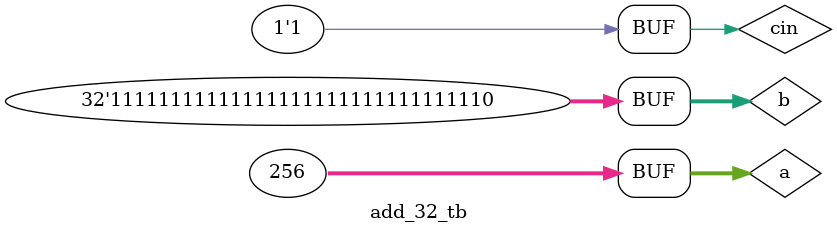
<source format=sv>
/*
 * Alejandro Hernandez-Farias
 * Carlos A Morelos-Escalera
 * 4/14/2024
 * EE 469
 * Lab 2
 *
 * Adds two 32-bit numbers together
 * The Cin value is for using this adder as a subtractor, where either a or b
 *   is inverted on input and the cin value is 1, otherwise cin should be 0
 * The cout_31 value is from the overall 32-bit addition, so 1 if the addition
 *   on the 31st bits from a and b has a carry out
 * If the addition of A and B (and Cin) can't be represented in 32 bits, 
 *   Cout will show the extra bit
 * Input ports:
 *		a - 32-bits, the first number to be added
 *		b - 32-bits, the second number to be added
 *		cin - 1-bit, carry in bit for using this adder as a subtractor
 *	Output ports:
 *		sum_32 - 32-bits, the sum of A and B
 *		cout_31 - 1-bit, the extra bit value from adding A and B (and cin)
 */
module add_32 (a, b, cin, sum_32, cout_31);

	// Variable declaration
		input logic [31:0] a, b;
		input logic cin;
		output logic cout_31;
		output logic [31:0] sum_32;
	
	// Intermediate variables
		logic c0, c1, c2, c3, c4, c5, c6, c7, c8, c9, c10, c11, c12, c13, c14, c15,
				c16, c17, c18, c19, c20, c21, c22, c23, c24, c25, c26, c27, c28, c29, c30;
	
	// Creates instantiations of fullAdder
	// Each instantiation is for adding up one bit of the 32-bit a and b values at a time
	// Carries the extra bits from each addition from the lesser to more significant bit
	// Saves the sum of each bit addition to the corresponding bit value of the 32-bit sum
	// The Cout of the 31st bit is outputted as the overall carry out of the 32-bit number
		fullAdder fa0 (.A(a[0]), .B(b[0]), .Cin(cin), .Sum(sum_32[0]), .Cout(c0));
		fullAdder fa1 (.A(a[1]), .B(b[1]), .Cin(c0), .Sum(sum_32[1]), .Cout(c1));
		fullAdder fa2 (.A(a[2]), .B(b[2]), .Cin(c1), .Sum(sum_32[2]), .Cout(c2));
		fullAdder fa3 (.A(a[3]), .B(b[3]), .Cin(c2), .Sum(sum_32[3]), .Cout(c3));
		fullAdder fa4 (.A(a[4]), .B(b[4]), .Cin(c3), .Sum(sum_32[4]), .Cout(c4));
		fullAdder fa5 (.A(a[5]), .B(b[5]), .Cin(c4), .Sum(sum_32[5]), .Cout(c5));
		fullAdder fa6 (.A(a[6]), .B(b[6]), .Cin(c5), .Sum(sum_32[6]), .Cout(c6));
		fullAdder fa7 (.A(a[7]), .B(b[7]), .Cin(c6), .Sum(sum_32[7]), .Cout(c7));
		fullAdder fa8 (.A(a[8]), .B(b[8]), .Cin(c7), .Sum(sum_32[8]), .Cout(c8));
		fullAdder fa9 (.A(a[9]), .B(b[9]), .Cin(c8), .Sum(sum_32[9]), .Cout(c9));
		fullAdder fa10 (.A(a[10]), .B(b[10]), .Cin(c9), .Sum(sum_32[10]), .Cout(c10));
		fullAdder fa11 (.A(a[11]), .B(b[11]), .Cin(c10), .Sum(sum_32[11]), .Cout(c11));
		fullAdder fa12 (.A(a[12]), .B(b[12]), .Cin(c11), .Sum(sum_32[12]), .Cout(c12));
		fullAdder fa13 (.A(a[13]), .B(b[13]), .Cin(c12), .Sum(sum_32[13]), .Cout(c13));
		fullAdder fa14 (.A(a[14]), .B(b[14]), .Cin(c13), .Sum(sum_32[14]), .Cout(c14));
		fullAdder fa15 (.A(a[15]), .B(b[15]), .Cin(c14), .Sum(sum_32[15]), .Cout(c15));
		fullAdder fa16 (.A(a[16]), .B(b[16]), .Cin(c15), .Sum(sum_32[16]), .Cout(c16));
		fullAdder fa17 (.A(a[17]), .B(b[17]), .Cin(c16), .Sum(sum_32[17]), .Cout(c17));
		fullAdder fa18 (.A(a[18]), .B(b[18]), .Cin(c17), .Sum(sum_32[18]), .Cout(c18));
		fullAdder fa19 (.A(a[19]), .B(b[19]), .Cin(c18), .Sum(sum_32[19]), .Cout(c19));
		fullAdder fa20 (.A(a[20]), .B(b[20]), .Cin(c19), .Sum(sum_32[20]), .Cout(c20));
		fullAdder fa21 (.A(a[21]), .B(b[21]), .Cin(c20), .Sum(sum_32[21]), .Cout(c21));
		fullAdder fa22 (.A(a[22]), .B(b[22]), .Cin(c21), .Sum(sum_32[22]), .Cout(c22));
		fullAdder fa23 (.A(a[23]), .B(b[23]), .Cin(c22), .Sum(sum_32[23]), .Cout(c23));
		fullAdder fa24 (.A(a[24]), .B(b[24]), .Cin(c23), .Sum(sum_32[24]), .Cout(c24));
		fullAdder fa25 (.A(a[25]), .B(b[25]), .Cin(c24), .Sum(sum_32[25]), .Cout(c25));
		fullAdder fa26 (.A(a[26]), .B(b[26]), .Cin(c25), .Sum(sum_32[26]), .Cout(c26));
		fullAdder fa27 (.A(a[27]), .B(b[27]), .Cin(c26), .Sum(sum_32[27]), .Cout(c27));
		fullAdder fa28 (.A(a[28]), .B(b[28]), .Cin(c27), .Sum(sum_32[28]), .Cout(c28));
		fullAdder fa29 (.A(a[29]), .B(b[29]), .Cin(c28), .Sum(sum_32[29]), .Cout(c29));
		fullAdder fa30 (.A(a[30]), .B(b[30]), .Cin(c29), .Sum(sum_32[30]), .Cout(c30));
		fullAdder fa31 (.A(a[31]), .B(b[31]), .Cin(c30), .Sum(sum_32[31]), .Cout(cout_31));
				
endmodule // add_32



/* Tests the add_32 module on its behavior with possible combinations of input */
module add_32_tb();

	// Variable declaration
		logic [31:0] a, b, sum_32;
		logic cin, cout_31;
		
	// Instantiates a fullAdder module with the combinations below
		add_32 dut (.a, .b, .cin, .sum_32, .cout_31);
		
	// Combinations of inputs
		initial begin
			// Addition
			cin = 0; a = 32'h00000000; b = 32'h00000000; #10; // Zero add
						a = 32'h00000000; b = 32'hFFFFFFFF; #10; // Boundary add
						a = 32'h00000001; b = 32'hFFFFFFFF; #10; // Overflow add
						a = 32'h000000FF; b = 32'h00000001; #10; // Carry in add
						a = 32'h000000FF; b = 32'hFFFFFF00; #10; // Boundary add
								  
			// Subtraction (as inputted from ALU with b inverted)
			cin = 1; a = 32'h00000000; b = ~32'h00000000; #10;
						a = 32'h00000000; b = ~32'hFFFFFFFF; #10;
						a = 32'h00000001; b = ~32'h00000001; #10;
						a = 32'h00000100; b = ~32'h00000001; #10;
			
		end // initial
	
endmodule // add_32_tb

</source>
